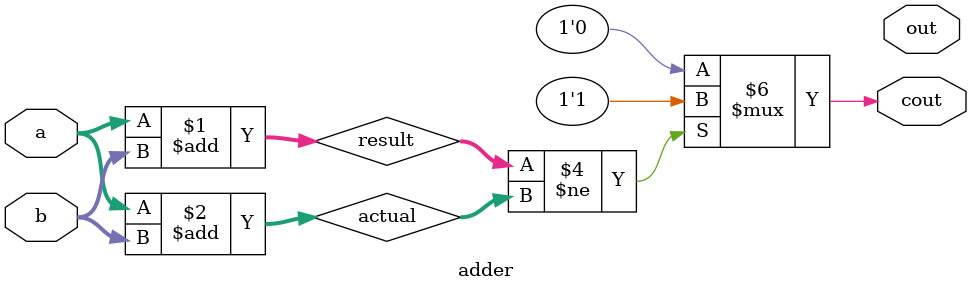
<source format=v>
module adder (
    input wire [4:0] a,
    input wire [4:0] b,
    output wire [4:0] out,
    output reg cout
);

wire [6:0] result;
wire [4:0] actual;
assign result = a + b;
assign actual = a + b;
always @(*) begin
    if (result != actual) begin
        cout = 1'b1;
    end else begin
        cout = 1'b0;
    end
end


endmodule

</source>
